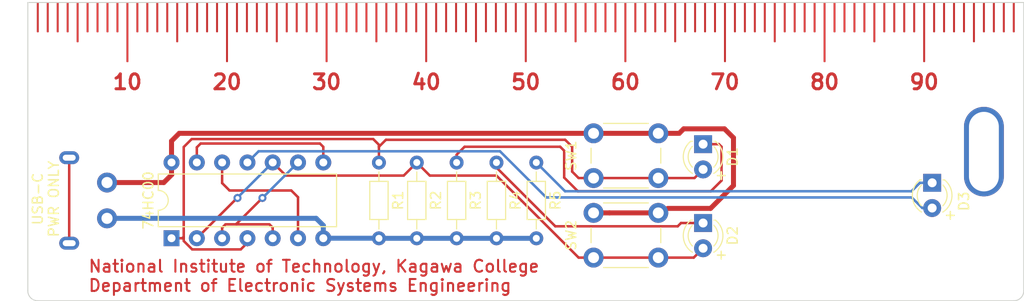
<source format=kicad_pcb>
(kicad_pcb (version 20211014) (generator pcbnew)
  (layers (0 "F.Cu" signal) (31 "B.Cu" signal) (34 "B.Paste" user) (35 "F.Paste" user) (36 "B.SilkS" user "B.Silkscreen") (37 "F.SilkS" user "F.Silkscreen") (38 "B.Mask" user) (39 "F.Mask" user) (44 "Edge.Cuts" user))
  (net 0 "")
  (net 1 "Net-(D1-Pad2)")
  (net 2 "GND")
  (net 3 "Net-(D2-Pad2)")
  (net 4 "Net-(D1-Pad1)")
  (net 5 "Net-(D2-Pad1)")
  (net 6 "Net-(D3-Pad1)")
  (net 7 "Net-(U1-Pad3)")
  (net 8 "Net-(U1-Pad12)")
  (net 9 "Net-(U1-Pad13)")
  (net 10 "Net-(D3-Pad2)")
  (net 11 "+5V")
  (net 12 "unconnected-(J1-PadS1)")
  (footprint "Button_Switch_THT:SW_PUSH_6mm" (layer "F.Cu") (at 88.805 58.16)
    (fp_text reference "SW2" (at -2.25 2.25 90) (layer "F.SilkS"))
    (fp_text value "SW_Push" hide)
    (fp_line (start -0.25 1.5) (end -0.25 3) (layer "F.SilkS") (width 0.12))
    (fp_line (start 5.5 -1) (end 1 -1) (layer "F.SilkS") (width 0.12))
    (fp_line (start 6.75 3) (end 6.75 1.5) (layer "F.SilkS") (width 0.12))
    (fp_line (start 1 5.5) (end 5.5 5.5) (layer "F.SilkS") (width 0.12))
    (pad "1" thru_hole circle (at 6.5 0 90) (size 2 2) (drill 1.1) (layers *.Cu *.Mask) (net 11 "+5V"))
    (pad "1" thru_hole circle (at 0 0 90) (size 2 2) (drill 1.1) (layers *.Cu *.Mask) (net 11 "+5V"))
    (pad "2" thru_hole circle (at 6.5 4.5 90) (size 2 2) (drill 1.1) (layers *.Cu *.Mask) (net 3 "Net-(D2-Pad2)"))
    (pad "2" thru_hole circle (at 0 4.5 90) (size 2 2) (drill 1.1) (layers *.Cu *.Mask) (net 3 "Net-(D2-Pad2)"))
  )
  (footprint "Resistor_THT:R_Axial_DIN0204_L3.6mm_D1.6mm_P7.62mm_Horizontal" (layer "F.Cu") (at 83.055 53.1 -90)
    (fp_text reference "R5" (at 3.81 -1.92 90) (layer "F.SilkS"))
    (fp_text value "R")
    (fp_line (start 5.73 0.92) (end 5.73 -0.92) (layer "F.SilkS") (width 0.12))
    (fp_line (start 1.89 0.92) (end 5.73 0.92) (layer "F.SilkS") (width 0.12))
    (fp_line (start 0.94 0) (end 1.89 0) (layer "F.SilkS") (width 0.12))
    (fp_line (start 5.73 -0.92) (end 1.89 -0.92) (layer "F.SilkS") (width 0.12))
    (fp_line (start 1.89 -0.92) (end 1.89 0.92) (layer "F.SilkS") (width 0.12))
    (fp_line (start 6.68 0) (end 5.73 0) (layer "F.SilkS") (width 0.12))
    (pad "1" thru_hole circle (at 0 0 270) (size 1.4 1.4) (drill 0.7) (layers *.Cu *.Mask) (net 6 "Net-(D3-Pad1)"))
    (pad "2" thru_hole oval (at 7.62 0 270) (size 1.4 1.4) (drill 0.7) (layers *.Cu *.Mask) (net 2 "GND"))
  )
  (footprint "simpleLogicCircuit:ruler_10cm" (layer "F.Cu") (at 32 37)
    (fp_text reference "REF**" hide)
    (fp_text value "ruler_10cm")
    (fp_text user "20" (at 20 8 unlocked) (layer "F.Cu") (effects (font (size 1.5 1.5) (thickness 0.3))))
    (fp_text user "60" (at 60 8 unlocked) (layer "F.Cu") (effects (font (size 1.5 1.5) (thickness 0.3))))
    (fp_text user "50" (at 50 8 unlocked) (layer "F.Cu") (effects (font (size 1.5 1.5) (thickness 0.3))))
    (fp_text user "80" (at 80 8 unlocked) (layer "F.Cu") (effects (font (size 1.5 1.5) (thickness 0.3))))
    (fp_text user "90" (at 90 8 unlocked) (layer "F.Cu") (effects (font (size 1.5 1.5) (thickness 0.3))))
    (fp_text user "30" (at 30 8 unlocked) (layer "F.Cu") (effects (font (size 1.5 1.5) (thickness 0.3))))
    (fp_text user "10" (at 10 8 unlocked) (layer "F.Cu") (effects (font (size 1.5 1.5) (thickness 0.3))))
    (fp_text user "70" (at 70 8 unlocked) (layer "F.Cu") (effects (font (size 1.5 1.5) (thickness 0.3))))
    (fp_text user "40" (at 40 8 unlocked) (layer "F.Cu") (effects (font (size 1.5 1.5) (thickness 0.3))))
    (pad "4" smd roundrect (at 10 3) (size 0.2 6) (layers "F.Cu" "F.Paste" "F.Mask"))
    (pad "5" smd roundrect (at 20 3) (size 0.2 6) (layers "F.Cu" "F.Paste" "F.Mask"))
    (pad "6" smd roundrect (at 30 3) (size 0.2 6) (layers "F.Cu" "F.Paste" "F.Mask"))
    (pad "7" smd roundrect (at 40 3) (size 0.2 6) (layers "F.Cu" "F.Paste" "F.Mask"))
    (pad "8" smd roundrect (at 50 3) (size 0.2 6) (layers "F.Cu" "F.Paste" "F.Mask"))
    (pad "9" smd roundrect (at 60 3) (size 0.2 6) (layers "F.Cu" "F.Paste" "F.Mask"))
    (pad "10" smd roundrect (at 70 3) (size 0.2 6) (layers "F.Cu" "F.Paste" "F.Mask"))
    (pad "11" smd roundrect (at 80 3) (size 0.2 6) (layers "F.Cu" "F.Paste" "F.Mask"))
    (pad "12" smd roundrect (at 90 3) (size 0.2 6) (layers "F.Cu" "F.Paste" "F.Mask"))
    (pad "13" smd roundrect (at 5 2) (size 0.2 4) (layers "F.Cu" "F.Paste" "F.Mask"))
    (pad "14" smd roundrect (at 15 2) (size 0.2 4) (layers "F.Cu" "F.Paste" "F.Mask"))
    (pad "15" smd roundrect (at 25 2) (size 0.2 4) (layers "F.Cu" "F.Paste" "F.Mask"))
    (pad "16" smd roundrect (at 35 2) (size 0.2 4) (layers "F.Cu" "F.Paste" "F.Mask"))
    (pad "17" smd roundrect (at 45 2) (size 0.2 4) (layers "F.Cu" "F.Paste" "F.Mask"))
    (pad "18" smd roundrect (at 55 2) (size 0.2 4) (layers "F.Cu" "F.Paste" "F.Mask"))
    (pad "19" smd roundrect (at 65 2) (size 0.2 4) (layers "F.Cu" "F.Paste" "F.Mask"))
    (pad "20" smd roundrect (at 75 2) (size 0.2 4) (layers "F.Cu" "F.Paste" "F.Mask"))
    (pad "21" smd roundrect (at 85 2) (size 0.2 4) (layers "F.Cu" "F.Paste" "F.Mask"))
    (pad "22" smd roundrect (at 95 2) (size 0.2 4) (layers "F.Cu" "F.Paste" "F.Mask"))
    (pad "23" smd roundrect (at 4 1.5) (size 0.2 3) (layers "F.Cu" "F.Paste" "F.Mask"))
    (pad "24" smd roundrect (at 3 1.5) (size 0.2 3) (layers "F.Cu" "F.Paste" "F.Mask"))
    (pad "25" smd roundrect (at 2 1.5) (size 0.2 3) (layers "F.Cu" "F.Paste" "F.Mask"))
    (pad "26" smd roundrect (at 1 1.5) (size 0.2 3) (layers "F.Cu" "F.Paste" "F.Mask"))
    (pad "27" smd roundrect (at 6 1.5) (size 0.2 3) (layers "F.Cu" "F.Paste" "F.Mask"))
    (pad "28" smd roundrect (at 7 1.5) (size 0.2 3) (layers "F.Cu" "F.Paste" "F.Mask"))
    (pad "29" smd roundrect (at 8 1.5) (size 0.2 3) (layers "F.Cu" "F.Paste" "F.Mask"))
    (pad "30" smd roundrect (at 9 1.5) (size 0.2 3) (layers "F.Cu" "F.Paste" "F.Mask"))
    (pad "31" smd roundrect (at 11 1.5) (size 0.2 3) (layers "F.Cu" "F.Paste" "F.Mask"))
    (pad "32" smd roundrect (at 12 1.5) (size 0.2 3) (layers "F.Cu" "F.Paste" "F.Mask"))
    (pad "33" smd roundrect (at 13 1.5) (size 0.2 3) (layers "F.Cu" "F.Paste" "F.Mask"))
    (pad "34" smd roundrect (at 14 1.5) (size 0.2 3) (layers "F.Cu" "F.Paste" "F.Mask"))
    (pad "35" smd roundrect (at 16 1.5) (size 0.2 3) (layers "F.Cu" "F.Paste" "F.Mask"))
    (pad "36" smd roundrect (at 17 1.5) (size 0.2 3) (layers "F.Cu" "F.Paste" "F.Mask"))
    (pad "37" smd roundrect (at 18 1.5) (size 0.2 3) (layers "F.Cu" "F.Paste" "F.Mask"))
    (pad "38" smd roundrect (at 19 1.5) (size 0.2 3) (layers "F.Cu" "F.Paste" "F.Mask"))
    (pad "39" smd roundrect (at 21 1.5) (size 0.2 3) (layers "F.Cu" "F.Paste" "F.Mask"))
    (pad "40" smd roundrect (at 22 1.5) (size 0.2 3) (layers "F.Cu" "F.Paste" "F.Mask"))
    (pad "41" smd roundrect (at 23 1.5) (size 0.2 3) (layers "F.Cu" "F.Paste" "F.Mask"))
    (pad "42" smd roundrect (at 24 1.5) (size 0.2 3) (layers "F.Cu" "F.Paste" "F.Mask"))
    (pad "43" smd roundrect (at 26 1.5) (size 0.2 3) (layers "F.Cu" "F.Paste" "F.Mask"))
    (pad "44" smd roundrect (at 27 1.5) (size 0.2 3) (layers "F.Cu" "F.Paste" "F.Mask"))
    (pad "45" smd roundrect (at 28 1.5) (size 0.2 3) (layers "F.Cu" "F.Paste" "F.Mask"))
    (pad "46" smd roundrect (at 29 1.5) (size 0.2 3) (layers "F.Cu" "F.Paste" "F.Mask"))
    (pad "47" smd roundrect (at 31 1.5) (size 0.2 3) (layers "F.Cu" "F.Paste" "F.Mask"))
    (pad "48" smd roundrect (at 32 1.5) (size 0.2 3) (layers "F.Cu" "F.Paste" "F.Mask"))
    (pad "49" smd roundrect (at 33 1.5) (size 0.2 3) (layers "F.Cu" "F.Paste" "F.Mask"))
    (pad "50" smd roundrect (at 34 1.5) (size 0.2 3) (layers "F.Cu" "F.Paste" "F.Mask"))
    (pad "51" smd roundrect (at 36 1.5) (size 0.2 3) (layers "F.Cu" "F.Paste" "F.Mask"))
    (pad "52" smd roundrect (at 37 1.5) (size 0.2 3) (layers "F.Cu" "F.Paste" "F.Mask"))
    (pad "53" smd roundrect (at 38 1.5) (size 0.2 3) (layers "F.Cu" "F.Paste" "F.Mask"))
    (pad "54" smd roundrect (at 39 1.5) (size 0.2 3) (layers "F.Cu" "F.Paste" "F.Mask"))
    (pad "55" smd roundrect (at 41 1.5) (size 0.2 3) (layers "F.Cu" "F.Paste" "F.Mask"))
    (pad "56" smd roundrect (at 42 1.5) (size 0.2 3) (layers "F.Cu" "F.Paste" "F.Mask"))
    (pad "57" smd roundrect (at 43 1.5) (size 0.2 3) (layers "F.Cu" "F.Paste" "F.Mask"))
    (pad "58" smd roundrect (at 44 1.5) (size 0.2 3) (layers "F.Cu" "F.Paste" "F.Mask"))
    (pad "59" smd roundrect (at 46 1.5) (size 0.2 3) (layers "F.Cu" "F.Paste" "F.Mask"))
    (pad "60" smd roundrect (at 47 1.5) (size 0.2 3) (layers "F.Cu" "F.Paste" "F.Mask"))
    (pad "61" smd roundrect (at 48 1.5) (size 0.2 3) (layers "F.Cu" "F.Paste" "F.Mask"))
    (pad "62" smd roundrect (at 49 1.5) (size 0.2 3) (layers "F.Cu" "F.Paste" "F.Mask"))
    (pad "63" smd roundrect (at 51 1.5) (size 0.2 3) (layers "F.Cu" "F.Paste" "F.Mask"))
    (pad "64" smd roundrect (at 52 1.5) (size 0.2 3) (layers "F.Cu" "F.Paste" "F.Mask"))
    (pad "65" smd roundrect (at 53 1.5) (size 0.2 3) (layers "F.Cu" "F.Paste" "F.Mask"))
    (pad "66" smd roundrect (at 54 1.5) (size 0.2 3) (layers "F.Cu" "F.Paste" "F.Mask"))
    (pad "67" smd roundrect (at 56 1.5) (size 0.2 3) (layers "F.Cu" "F.Paste" "F.Mask"))
    (pad "68" smd roundrect (at 57 1.5) (size 0.2 3) (layers "F.Cu" "F.Paste" "F.Mask"))
    (pad "69" smd roundrect (at 58 1.5) (size 0.2 3) (layers "F.Cu" "F.Paste" "F.Mask"))
    (pad "70" smd roundrect (at 59 1.5) (size 0.2 3) (layers "F.Cu" "F.Paste" "F.Mask"))
    (pad "71" smd roundrect (at 61 1.5) (size 0.2 3) (layers "F.Cu" "F.Paste" "F.Mask"))
    (pad "73" smd roundrect (at 62 1.5) (size 0.2 3) (layers "F.Cu" "F.Paste" "F.Mask"))
    (pad "74" smd roundrect (at 63 1.5) (size 0.2 3) (layers "F.Cu" "F.Paste" "F.Mask"))
    (pad "75" smd roundrect (at 64 1.5) (size 0.2 3) (layers "F.Cu" "F.Paste" "F.Mask"))
    (pad "76" smd roundrect (at 66 1.5) (size 0.2 3) (layers "F.Cu" "F.Paste" "F.Mask"))
    (pad "77" smd roundrect (at 67 1.5) (size 0.2 3) (layers "F.Cu" "F.Paste" "F.Mask"))
    (pad "78" smd roundrect (at 68 1.5) (size 0.2 3) (layers "F.Cu" "F.Paste" "F.Mask"))
    (pad "79" smd roundrect (at 69 1.5) (size 0.2 3) (layers "F.Cu" "F.Paste" "F.Mask"))
    (pad "80" smd roundrect (at 71 1.5) (size 0.2 3) (layers "F.Cu" "F.Paste" "F.Mask"))
    (pad "81" smd roundrect (at 72 1.5) (size 0.2 3) (layers "F.Cu" "F.Paste" "F.Mask"))
    (pad "82" smd roundrect (at 73 1.5) (size 0.2 3) (layers "F.Cu" "F.Paste" "F.Mask"))
    (pad "83" smd roundrect (at 74 1.5) (size 0.2 3) (layers "F.Cu" "F.Paste" "F.Mask"))
    (pad "84" smd roundrect (at 76 1.5) (size 0.2 3) (layers "F.Cu" "F.Paste" "F.Mask"))
    (pad "85" smd roundrect (at 77 1.5) (size 0.2 3) (layers "F.Cu" "F.Paste" "F.Mask"))
    (pad "86" smd roundrect (at 78 1.5) (size 0.2 3) (layers "F.Cu" "F.Paste" "F.Mask"))
    (pad "87" smd roundrect (at 79 1.5) (size 0.2 3) (layers "F.Cu" "F.Paste" "F.Mask"))
    (pad "88" smd roundrect (at 81 1.5) (size 0.2 3) (layers "F.Cu" "F.Paste" "F.Mask"))
    (pad "89" smd roundrect (at 82 1.5) (size 0.2 3) (layers "F.Cu" "F.Paste" "F.Mask"))
    (pad "90" smd roundrect (at 83 1.5) (size 0.2 3) (layers "F.Cu" "F.Paste" "F.Mask"))
    (pad "91" smd roundrect (at 84 1.5) (size 0.2 3) (layers "F.Cu" "F.Paste" "F.Mask"))
    (pad "92" smd roundrect (at 86 1.5) (size 0.2 3) (layers "F.Cu" "F.Paste" "F.Mask"))
    (pad "93" smd roundrect (at 87 1.5) (size 0.2 3) (layers "F.Cu" "F.Paste" "F.Mask"))
    (pad "94" smd roundrect (at 88 1.5) (size 0.2 3) (layers "F.Cu" "F.Paste" "F.Mask"))
    (pad "95" smd roundrect (at 89 1.5) (size 0.2 3) (layers "F.Cu" "F.Paste" "F.Mask"))
    (pad "96" smd roundrect (at 91 1.5) (size 0.2 3) (layers "F.Cu" "F.Paste" "F.Mask"))
    (pad "97" smd roundrect (at 92 1.5) (size 0.2 3) (layers "F.Cu" "F.Paste" "F.Mask"))
    (pad "98" smd roundrect (at 93 1.5) (size 0.2 3) (layers "F.Cu" "F.Paste" "F.Mask"))
    (pad "99" smd roundrect (at 94 1.5) (size 0.2 3) (layers "F.Cu" "F.Paste" "F.Mask"))
    (pad "100" smd roundrect (at 96 1.5) (size 0.2 3) (layers "F.Cu" "F.Paste" "F.Mask"))
    (pad "101" smd roundrect (at 97 1.5) (size 0.2 3) (layers "F.Cu" "F.Paste" "F.Mask"))
    (pad "102" smd roundrect (at 98 1.5) (size 0.2 3) (layers "F.Cu" "F.Paste" "F.Mask"))
    (pad "103" smd roundrect (at 99 1.5) (size 0.2 3) (layers "F.Cu" "F.Paste" "F.Mask"))
  )
  (footprint "Resistor_THT:R_Axial_DIN0204_L3.6mm_D1.6mm_P7.62mm_Horizontal" (layer "F.Cu") (at 75.055 53.1 -90)
    (fp_text reference "R3" (at 3.81 -1.92 90) (layer "F.SilkS"))
    (fp_text value "R")
    (fp_line (start 5.73 0.92) (end 5.73 -0.92) (layer "F.SilkS") (width 0.12))
    (fp_line (start 5.73 -0.92) (end 1.89 -0.92) (layer "F.SilkS") (width 0.12))
    (fp_line (start 6.68 0) (end 5.73 0) (layer "F.SilkS") (width 0.12))
    (fp_line (start 1.89 0.92) (end 5.73 0.92) (layer "F.SilkS") (width 0.12))
    (fp_line (start 0.94 0) (end 1.89 0) (layer "F.SilkS") (width 0.12))
    (fp_line (start 1.89 -0.92) (end 1.89 0.92) (layer "F.SilkS") (width 0.12))
    (pad "1" thru_hole circle (at 0 0 270) (size 1.4 1.4) (drill 0.7) (layers *.Cu *.Mask) (net 4 "Net-(D1-Pad1)"))
    (pad "2" thru_hole oval (at 7.62 0 270) (size 1.4 1.4) (drill 0.7) (layers *.Cu *.Mask) (net 2 "GND"))
  )
  (footprint "Resistor_THT:R_Axial_DIN0204_L3.6mm_D1.6mm_P7.62mm_Horizontal" (layer "F.Cu") (at 79.055 53.1 -90)
    (fp_text reference "R4" (at 3.81 -1.92 90) (layer "F.SilkS"))
    (fp_text value "R")
    (fp_line (start 1.89 0.92) (end 5.73 0.92) (layer "F.SilkS") (width 0.12))
    (fp_line (start 5.73 -0.92) (end 1.89 -0.92) (layer "F.SilkS") (width 0.12))
    (fp_line (start 1.89 -0.92) (end 1.89 0.92) (layer "F.SilkS") (width 0.12))
    (fp_line (start 6.68 0) (end 5.73 0) (layer "F.SilkS") (width 0.12))
    (fp_line (start 0.94 0) (end 1.89 0) (layer "F.SilkS") (width 0.12))
    (fp_line (start 5.73 0.92) (end 5.73 -0.92) (layer "F.SilkS") (width 0.12))
    (pad "1" thru_hole circle (at 0 0 270) (size 1.4 1.4) (drill 0.7) (layers *.Cu *.Mask) (net 5 "Net-(D2-Pad1)"))
    (pad "2" thru_hole oval (at 7.62 0 270) (size 1.4 1.4) (drill 0.7) (layers *.Cu *.Mask) (net 2 "GND"))
  )
  (footprint "Resistor_THT:R_Axial_DIN0204_L3.6mm_D1.6mm_P7.62mm_Horizontal" (layer "F.Cu") (at 71.055 53.1 -90)
    (fp_text reference "R2" (at 3.81 -1.92 90) (layer "F.SilkS"))
    (fp_text value "10k")
    (fp_line (start 5.73 0.92) (end 5.73 -0.92) (layer "F.SilkS") (width 0.12))
    (fp_line (start 6.68 0) (end 5.73 0) (layer "F.SilkS") (width 0.12))
    (fp_line (start 1.89 0.92) (end 5.73 0.92) (layer "F.SilkS") (width 0.12))
    (fp_line (start 5.73 -0.92) (end 1.89 -0.92) (layer "F.SilkS") (width 0.12))
    (fp_line (start 0.94 0) (end 1.89 0) (layer "F.SilkS") (width 0.12))
    (fp_line (start 1.89 -0.92) (end 1.89 0.92) (layer "F.SilkS") (width 0.12))
    (pad "1" thru_hole circle (at 0 0 270) (size 1.4 1.4) (drill 0.7) (layers *.Cu *.Mask) (net 3 "Net-(D2-Pad2)"))
    (pad "2" thru_hole oval (at 7.62 0 270) (size 1.4 1.4) (drill 0.7) (layers *.Cu *.Mask) (net 2 "GND"))
  )
  (footprint "Resistor_THT:R_Axial_DIN0204_L3.6mm_D1.6mm_P7.62mm_Horizontal" (layer "F.Cu") (at 67.255 53.1 -90)
    (fp_text reference "R1" (at 3.81 -1.92 90) (layer "F.SilkS"))
    (fp_text value "10k")
    (fp_line (start 0.94 0) (end 1.89 0) (layer "F.SilkS") (width 0.12))
    (fp_line (start 5.73 -0.92) (end 1.89 -0.92) (layer "F.SilkS") (width 0.12))
    (fp_line (start 6.68 0) (end 5.73 0) (layer "F.SilkS") (width 0.12))
    (fp_line (start 1.89 0.92) (end 5.73 0.92) (layer "F.SilkS") (width 0.12))
    (fp_line (start 1.89 -0.92) (end 1.89 0.92) (layer "F.SilkS") (width 0.12))
    (fp_line (start 5.73 0.92) (end 5.73 -0.92) (layer "F.SilkS") (width 0.12))
    (pad "1" thru_hole circle (at 0 0 270) (size 1.4 1.4) (drill 0.7) (layers *.Cu *.Mask) (net 1 "Net-(D1-Pad2)"))
    (pad "2" thru_hole oval (at 7.62 0 270) (size 1.4 1.4) (drill 0.7) (layers *.Cu *.Mask) (net 2 "GND"))
  )
  (footprint "LED_THT:LED_D3.0mm" (layer "F.Cu") (at 99.805 59.18 -90)
    (fp_text reference "D2" (at 1.27 -2.96 90) (layer "F.SilkS"))
    (fp_text value "LED" hide)
    (fp_line (start -0.29 -1.236) (end -0.29 -1.08) (layer "F.SilkS") (width 0.12))
    (fp_line (start -0.29 1.08) (end -0.29 1.236) (layer "F.SilkS") (width 0.12))
    (fp_arc (start 2.31113 1.079837) (mid 1.270117 1.5) (end 0.229039 1.08) (layer "F.SilkS") (width 0.12))
    (fp_arc (start 0.229039 -1.08) (mid 1.270117 -1.5) (end 2.31113 -1.079837) (layer "F.SilkS") (width 0.12))
    (fp_arc (start -0.29 -1.235516) (mid 1.366487 -1.987659) (end 2.942335 -1.078608) (layer "F.SilkS") (width 0.12))
    (fp_arc (start 2.942335 1.078608) (mid 1.366487 1.987659) (end -0.29 1.235516) (layer "F.SilkS") (width 0.12))
    (pad "1" thru_hole rect (at 0 0 270) (size 1.8 1.8) (drill 0.9) (layers *.Cu *.Mask) (net 5 "Net-(D2-Pad1)"))
    (pad "2" thru_hole circle (at 2.54 0 270) (size 1.8 1.8) (drill 0.9) (layers *.Cu *.Mask) (net 3 "Net-(D2-Pad2)"))
  )
  (footprint "Package_DIP:DIP-14_W7.62mm" (layer "F.Cu") (at 46.43 60.71 90)
    (fp_text reference "74HC00" (at 3.81 -2.33 90) (layer "F.SilkS"))
    (fp_text value "74HC00")
    (fp_line (start 6.46 16.57) (end 6.46 -1.33) (layer "F.SilkS") (width 0.12))
    (fp_line (start 1.16 -1.33) (end 1.16 16.57) (layer "F.SilkS") (width 0.12))
    (fp_line (start 2.81 -1.33) (end 1.16 -1.33) (layer "F.SilkS") (width 0.12))
    (fp_line (start 1.16 16.57) (end 6.46 16.57) (layer "F.SilkS") (width 0.12))
    (fp_line (start 6.46 -1.33) (end 4.81 -1.33) (layer "F.SilkS") (width 0.12))
    (fp_arc (start 4.81 -1.33) (mid 3.81 -0.33) (end 2.81 -1.33) (layer "F.SilkS") (width 0.12))
    (pad "1" thru_hole rect (at 0 0 90) (size 1.6 1.6) (drill 0.8) (layers *.Cu *.Mask) (net 1 "Net-(D1-Pad2)"))
    (pad "2" thru_hole oval (at 0 2.54 90) (size 1.6 1.6) (drill 0.8) (layers *.Cu *.Mask) (net 3 "Net-(D2-Pad2)"))
    (pad "3" thru_hole oval (at 0 5.08 90) (size 1.6 1.6) (drill 0.8) (layers *.Cu *.Mask) (net 7 "Net-(U1-Pad3)"))
    (pad "4" thru_hole oval (at 0 7.62 90) (size 1.6 1.6) (drill 0.8) (layers *.Cu *.Mask) (net 1 "Net-(D1-Pad2)"))
    (pad "5" thru_hole oval (at 0 10.16 90) (size 1.6 1.6) (drill 0.8) (layers *.Cu *.Mask) (net 7 "Net-(U1-Pad3)"))
    (pad "6" thru_hole oval (at 0 12.7 90) (size 1.6 1.6) (drill 0.8) (layers *.Cu *.Mask) (net 8 "Net-(U1-Pad12)"))
    (pad "7" thru_hole oval (at 0 15.24 90) (size 1.6 1.6) (drill 0.8) (layers *.Cu *.Mask) (net 2 "GND"))
    (pad "8" thru_hole oval (at 7.62 15.24 90) (size 1.6 1.6) (drill 0.8) (layers *.Cu *.Mask) (net 9 "Net-(U1-Pad13)"))
    (pad "9" thru_hole oval (at 7.62 12.7 90) (size 1.6 1.6) (drill 0.8) (layers *.Cu *.Mask) (net 7 "Net-(U1-Pad3)"))
    (pad "10" thru_hole oval (at 7.62 10.16 90) (size 1.6 1.6) (drill 0.8) (layers *.Cu *.Mask) (net 3 "Net-(D2-Pad2)"))
    (pad "11" thru_hole oval (at 7.62 7.62 90) (size 1.6 1.6) (drill 0.8) (layers *.Cu *.Mask) (net 10 "Net-(D3-Pad2)"))
    (pad "12" thru_hole oval (at 7.62 5.08 90) (size 1.6 1.6) (drill 0.8) (layers *.Cu *.Mask) (net 8 "Net-(U1-Pad12)"))
    (pad "13" thru_hole oval (at 7.62 2.54 90) (size 1.6 1.6) (drill 0.8) (layers *.Cu *.Mask) (net 9 "Net-(U1-Pad13)"))
    (pad "14" thru_hole oval (at 7.62 0 90) (size 1.6 1.6) (drill 0.8) (layers *.Cu *.Mask) (net 11 "+5V"))
  )
  (footprint "LED_THT:LED_D3.0mm" (layer "F.Cu") (at 122.805 55.135 -90)
    (fp_text reference "D3" (at 1.865 -3.195 90) (layer "F.SilkS"))
    (fp_text value "LED")
    (fp_line (start -0.29 -1.236) (end -0.29 -1.08) (layer "F.SilkS") (width 0.12))
    (fp_line (start -0.29 1.08) (end -0.29 1.236) (layer "F.SilkS") (width 0.12))
    (fp_arc (start -0.29 -1.235516) (mid 1.366487 -1.987659) (end 2.942335 -1.078608) (layer "F.SilkS") (width 0.12))
    (fp_arc (start 2.942335 1.078608) (mid 1.366487 1.987659) (end -0.29 1.235516) (layer "F.SilkS") (width 0.12))
    (fp_arc (start 0.229039 -1.08) (mid 1.270117 -1.5) (end 2.31113 -1.079837) (layer "F.SilkS") (width 0.12))
    (fp_arc (start 2.31113 1.079837) (mid 1.270117 1.5) (end 0.229039 1.08) (layer "F.SilkS") (width 0.12))
    (pad "1" thru_hole rect (at 0 0 270) (size 1.8 1.8) (drill 0.9) (layers *.Cu *.Mask) (net 6 "Net-(D3-Pad1)"))
    (pad "2" thru_hole circle (at 2.54 0 270) (size 1.8 1.8) (drill 0.9) (layers *.Cu *.Mask) (net 10 "Net-(D3-Pad2)"))
  )
  (footprint "simpleLogicCircuit:USB-C-A295-CTRPB-1" (layer "F.Cu") (at 32.555 56.91 -90)
    (fp_text reference "USB-C PWR" hide)
    (fp_text value "USB_C_Receptacle_PowerOnly_6P" hide)
    (pad "A9" thru_hole circle (at -1.8 -7.4 270) (size 2 2) (drill 1.12) (layers *.Cu *.Mask) (net 11 "+5V"))
    (pad "A12" thru_hole circle (at 1.8 -7.4 270) (size 2 2) (drill 1.12) (layers *.Cu *.Mask) (net 2 "GND"))
    (pad "S1" thru_hole oval (at 4.3 -3.6 270) (size 1.3 2) (drill oval 0.6 1.3) (layers *.Cu *.Mask) (net 12 "unconnected-(J1-PadS1)"))
    (pad "S1" thru_hole oval (at -4.3 -3.6 270) (size 1.3 2) (drill oval 0.6 1.3) (layers *.Cu *.Mask) (net 12 "unconnected-(J1-PadS1)"))
  )
  (footprint "simpleLogicCircuit:xor_nand" (layer "F.Cu") (at 112.055 56.41)
    (fp_text reference "G***" hide)
    (fp_text value "LOGO" hide)
  )
  (footprint "LED_THT:LED_D3.0mm" (layer "F.Cu") (at 99.805 51.25 -90)
    (fp_text reference "D1" (at 1.27 -2.96 90) (layer "F.SilkS"))
    (fp_text value "LED" hide)
    (fp_line (start -0.29 -1.236) (end -0.29 -1.08) (layer "F.SilkS") (width 0.12))
    (fp_line (start -0.29 1.08) (end -0.29 1.236) (layer "F.SilkS") (width 0.12))
    (fp_arc (start 2.31113 1.079837) (mid 1.270117 1.5) (end 0.229039 1.08) (layer "F.SilkS") (width 0.12))
    (fp_arc (start 0.229039 -1.08) (mid 1.270117 -1.5) (end 2.31113 -1.079837) (layer "F.SilkS") (width 0.12))
    (fp_arc (start 2.942335 1.078608) (mid 1.366487 1.987659) (end -0.29 1.235516) (layer "F.SilkS") (width 0.12))
    (fp_arc (start -0.29 -1.235516) (mid 1.366487 -1.987659) (end 2.942335 -1.078608) (layer "F.SilkS") (width 0.12))
    (pad "1" thru_hole rect (at 0 0 270) (size 1.8 1.8) (drill 0.9) (layers *.Cu *.Mask) (net 4 "Net-(D1-Pad1)"))
    (pad "2" thru_hole circle (at 2.54 0 270) (size 1.8 1.8) (drill 0.9) (layers *.Cu *.Mask) (net 1 "Net-(D1-Pad2)"))
  )
  (footprint "simpleLogicCircuit:keyringhole" (layer "F.Cu") (at 128 52)
    (fp_text reference "REF**" hide)
    (fp_text value "keyringhole" hide)
    (pad "2" thru_hole oval (at 0 0) (size 4 9) (drill oval 3 8) (layers *.Cu *.Mask))
  )
  (footprint "Button_Switch_THT:SW_PUSH_6mm" (layer "F.Cu") (at 88.805 50.16)
    (fp_text reference "SW1" (at -2.25 2.25 90) (layer "F.SilkS"))
    (fp_text value "SW_Push" hide)
    (fp_line (start 6.75 3) (end 6.75 1.5) (layer "F.SilkS") (width 0.12))
    (fp_line (start 5.5 -1) (end 1 -1) (layer "F.SilkS") (width 0.12))
    (fp_line (start 1 5.5) (end 5.5 5.5) (layer "F.SilkS") (width 0.12))
    (fp_line (start -0.25 1.5) (end -0.25 3) (layer "F.SilkS") (width 0.12))
    (pad "1" thru_hole circle (at 0 0 90) (size 2 2) (drill 1.1) (layers *.Cu *.Mask) (net 11 "+5V"))
    (pad "1" thru_hole circle (at 6.5 0 90) (size 2 2) (drill 1.1) (layers *.Cu *.Mask) (net 11 "+5V"))
    (pad "2" thru_hole circle (at 6.5 4.5 90) (size 2 2) (drill 1.1) (layers *.Cu *.Mask) (net 1 "Net-(D1-Pad2)"))
    (pad "2" thru_hole circle (at 0 4.5 90) (size 2 2) (drill 1.1) (layers *.Cu *.Mask) (net 1 "Net-(D1-Pad2)"))
  )
  (gr_arc (start 132 66) (mid 131.707107 66.707107) (end 131 67) (layer "Edge.Cuts") (width 0.1))
  (gr_line (start 32 66) (end 32 37) (layer "Edge.Cuts") (width 0.1))
  (gr_line (start 32 37) (end 132 37) (layer "Edge.Cuts") (width 0.1))
  (gr_arc (start 33 67) (mid 32.292893 66.707107) (end 32 66) (layer "Edge.Cuts") (width 0.1))
  (gr_line (start 132 37) (end 132 66) (layer "Edge.Cuts") (width 0.1))
  (gr_line (start 131 67) (end 33 67) (layer "Edge.Cuts") (width 0.1))
  (gr_text "National Institute of Technology, Kagawa College\nDepartment of Electronic Systems Engineering" (at 38 64.5) (layer "F.Cu") (effects (font (size 1.2 1.2) (thickness 0.2)) (justify left)))
  (gr_text "USB-C\nPWR ONLY" (at 33.805 56.76 90) (layer "F.SilkS") (effects (font (size 1 1))))
  (gr_text "+" (at 124.555 58.41 90) (layer "F.SilkS") (effects (font (size 1 1))))
  (gr_text "+" (at 101.555 62.41 90) (layer "F.SilkS") (effects (font (size 1 1))))
  (gr_text "+" (at 101.555 54.41 90) (layer "F.SilkS") (effects (font (size 1 1))))
  (segment (start 67.255 51.51) (end 67.255 53.6) (width 0.25) (layer "F.Cu") (net 1))
  (segment (start 47.655 60.56) (end 47.655 60.985991) (width 0.25) (layer "F.Cu") (net 1))
  (segment (start 66.68 50.735) (end 48.455 50.735) (width 0.25) (layer "F.Cu") (net 1))
  (segment (start 85.955 50.81) (end 67.955 50.81) (width 0.25) (layer "F.Cu") (net 1))
  (segment (start 47.655 60.985991) (end 48.504009 61.835) (width 0.25) (layer "F.Cu") (net 1))
  (segment (start 86.655 51.51) (end 85.955 50.81) (width 0.25) (layer "F.Cu") (net 1))
  (segment (start 53.38 61.835) (end 54.05 61.165) (width 0.25) (layer "F.Cu") (net 1))
  (segment (start 67.255 51.31) (end 66.68 50.735) (width 0.25) (layer "F.Cu") (net 1))
  (segment (start 54.05 61.415) (end 54.05 60.71) (width 0.25) (layer "F.Cu") (net 1))
  (segment (start 95.305 54.66) (end 98.935 54.66) (width 0.25) (layer "F.Cu") (net 1))
  (segment (start 54.05 61.165) (end 54.05 60.71) (width 0.25) (layer "F.Cu") (net 1))
  (segment (start 87.305 54.66) (end 86.655 54.01) (width 0.25) (layer "F.Cu") (net 1))
  (segment (start 98.935 54.66) (end 99.805 53.79) (width 0.25) (layer "F.Cu") (net 1))
  (segment (start 46.43 60.71) (end 47.505 60.71) (width 0.25) (layer "F.Cu") (net 1))
  (segment (start 47.505 60.71) (end 47.655 60.56) (width 0.25) (layer "F.Cu") (net 1))
  (segment (start 88.805 54.66) (end 87.305 54.66) (width 0.25) (layer "F.Cu") (net 1))
  (segment (start 95.305 54.66) (end 88.805 54.66) (width 0.25) (layer "F.Cu") (net 1))
  (segment (start 86.655 54.01) (end 86.655 51.51) (width 0.25) (layer "F.Cu") (net 1))
  (segment (start 48.455 50.735) (end 47.655 51.535) (width 0.25) (layer "F.Cu") (net 1))
  (segment (start 48.504009 61.835) (end 53.38 61.835) (width 0.25) (layer "F.Cu") (net 1))
  (segment (start 67.255 51.51) (end 67.255 51.31) (width 0.25) (layer "F.Cu") (net 1))
  (segment (start 47.655 51.535) (end 47.655 60.56) (width 0.25) (layer "F.Cu") (net 1))
  (segment (start 67.955 50.81) (end 67.255 51.51) (width 0.25) (layer "F.Cu") (net 1))
  (segment (start 39.955 58.71) (end 60.955 58.71) (width 0.5) (layer "B.Cu") (net 2))
  (segment (start 75.055 60.72) (end 79.055 60.72) (width 0.5) (layer "B.Cu") (net 2))
  (segment (start 67.255 60.72) (end 71.055 60.72) (width 0.5) (layer "B.Cu") (net 2))
  (segment (start 61.67 59.425) (end 61.67 60.71) (width 0.5) (layer "B.Cu") (net 2))
  (segment (start 60.955 58.71) (end 61.67 59.425) (width 0.5) (layer "B.Cu") (net 2))
  (segment (start 71.055 60.72) (end 75.055 60.72) (width 0.5) (layer "B.Cu") (net 2))
  (segment (start 79.055 60.72) (end 83.055 60.72) (width 0.5) (layer "B.Cu") (net 2))
  (segment (start 67.245 60.71) (end 67.255 60.72) (width 0.5) (layer "B.Cu") (net 2))
  (segment (start 61.67 60.71) (end 67.245 60.71) (width 0.5) (layer "B.Cu") (net 2))
  (segment (start 72.365 54.41) (end 79.055 54.41) (width 0.25) (layer "F.Cu") (net 3))
  (segment (start 48.97 60.71) (end 53.02 56.66) (width 0.25) (layer "F.Cu") (net 3))
  (segment (start 98.865 62.66) (end 99.805 61.72) (width 0.25) (layer "F.Cu") (net 3))
  (segment (start 95.305 62.66) (end 98.865 62.66) (width 0.25) (layer "F.Cu") (net 3))
  (segment (start 57.91 54.41) (end 69.745 54.41) (width 0.25) (layer "F.Cu") (net 3))
  (segment (start 87.305 62.66) (end 88.805 62.66) (width 0.25) (layer "F.Cu") (net 3))
  (segment (start 95.305 62.66) (end 88.805 62.66) (width 0.25) (layer "F.Cu") (net 3))
  (segment (start 71.055 53.1) (end 72.365 54.41) (width 0.25) (layer "F.Cu") (net 3))
  (segment (start 53.02 56.66) (end 53.055 56.66) (width 0.25) (layer "F.Cu") (net 3))
  (segment (start 56.59 53.09) (end 57.91 54.41) (width 0.25) (layer "F.Cu") (net 3))
  (segment (start 69.745 54.41) (end 71.055 53.1) (width 0.25) (layer "F.Cu") (net 3))
  (segment (start 79.055 54.41) (end 87.305 62.66) (width 0.25) (layer "F.Cu") (net 3))
  (via (at 53.055 56.66) (size 0.8) (drill 0.4) (layers "F.Cu" "B.Cu") (net 3))
  (segment (start 53.055 56.66) (end 53.055 56.625) (width 0.25) (layer "B.Cu") (net 3))
  (segment (start 53.055 56.625) (end 56.59 53.09) (width 0.25) (layer "B.Cu") (net 3))
  (segment (start 101.395 51.25) (end 101.655 51.51) (width 0.25) (layer "F.Cu") (net 4))
  (segment (start 85.855 54.61) (end 85.855 51.91) (width 0.25) (layer "F.Cu") (net 4))
  (segment (start 100.58 55.985) (end 87.23 55.985) (width 0.25) (layer "F.Cu") (net 4))
  (segment (start 99.805 51.25) (end 101.395 51.25) (width 0.25) (layer "F.Cu") (net 4))
  (segment (start 101.655 51.51) (end 101.655 54.91) (width 0.25) (layer "F.Cu") (net 4))
  (segment (start 87.23 55.985) (end 85.855 54.61) (width 0.25) (layer "F.Cu") (net 4))
  (segment (start 75.855 51.51) (end 75.055 52.31) (width 0.25) (layer "F.Cu") (net 4))
  (segment (start 85.455 51.51) (end 75.855 51.51) (width 0.25) (layer "F.Cu") (net 4))
  (segment (start 85.855 51.91) (end 85.455 51.51) (width 0.25) (layer "F.Cu") (net 4))
  (segment (start 75.055 52.31) (end 75.055 53.6) (width 0.25) (layer "F.Cu") (net 4))
  (segment (start 101.655 54.91) (end 100.58 55.985) (width 0.25) (layer "F.Cu") (net 4))
  (segment (start 97.255 59.51) (end 84.965 59.51) (width 0.25) (layer "F.Cu") (net 5))
  (segment (start 97.585 59.18) (end 97.255 59.51) (width 0.25) (layer "F.Cu") (net 5))
  (segment (start 99.805 59.18) (end 97.585 59.18) (width 0.25) (layer "F.Cu") (net 5))
  (segment (start 84.965 59.51) (end 79.055 53.6) (width 0.25) (layer "F.Cu") (net 5))
  (segment (start 120.73 55.985) (end 85.94 55.985) (width 0.25) (layer "B.Cu") (net 6))
  (segment (start 121.58 55.135) (end 120.73 55.985) (width 0.25) (layer "B.Cu") (net 6))
  (segment (start 121.58 55.135) (end 122.805 55.135) (width 0.25) (layer "B.Cu") (net 6))
  (segment (start 85.94 55.985) (end 83.055 53.1) (width 0.25) (layer "B.Cu") (net 6))
  (segment (start 56.59 59.645) (end 56.59 60.71) (width 0.25) (layer "F.Cu") (net 7))
  (segment (start 51.855 59.31) (end 52.955 59.31) (width 0.25) (layer "F.Cu") (net 7))
  (segment (start 52.955 59.31) (end 56.255 59.31) (width 0.25) (layer "F.Cu") (net 7))
  (segment (start 55.555 56.66) (end 52.955 59.26) (width 0.25) (layer "F.Cu") (net 7))
  (segment (start 51.51 60.71) (end 51.51 59.655) (width 0.25) (layer "F.Cu") (net 7))
  (segment (start 52.955 59.26) (end 52.955 59.31) (width 0.25) (layer "F.Cu") (net 7))
  (segment (start 51.51 59.655) (end 51.855 59.31) (width 0.25) (layer "F.Cu") (net 7))
  (segment (start 56.255 59.31) (end 56.59 59.645) (width 0.25) (layer "F.Cu") (net 7))
  (via (at 55.555 56.66) (size 0.8) (drill 0.4) (layers "F.Cu" "B.Cu") (net 7))
  (segment (start 55.56 56.66) (end 55.555 56.66) (width 0.25) (layer "B.Cu") (net 7))
  (segment (start 59.13 53.09) (end 55.56 56.66) (width 0.25) (layer "B.Cu") (net 7))
  (segment (start 51.51 55.165) (end 52.255 55.91) (width 0.25) (layer "F.Cu") (net 8))
  (segment (start 59.13 56.585) (end 59.13 60.71) (width 0.25) (layer "F.Cu") (net 8))
  (segment (start 52.255 55.91) (end 58.455 55.91) (width 0.25) (layer "F.Cu") (net 8))
  (segment (start 51.51 53.09) (end 51.51 55.165) (width 0.25) (layer "F.Cu") (net 8))
  (segment (start 58.455 55.91) (end 59.13 56.585) (width 0.25) (layer "F.Cu") (net 8))
  (segment (start 48.97 53.09) (end 48.97 51.57) (width 0.25) (layer "F.Cu") (net 9))
  (segment (start 61.67 51.525) (end 61.67 53.09) (width 0.25) (layer "F.Cu") (net 9))
  (segment (start 61.33 51.185) (end 61.67 51.525) (width 0.25) (layer "F.Cu") (net 9))
  (segment (start 49.355 51.185) (end 61.33 51.185) (width 0.25) (layer "F.Cu") (net 9))
  (segment (start 48.97 51.57) (end 49.355 51.185) (width 0.25) (layer "F.Cu") (net 9))
  (segment (start 121.82 57.675) (end 122.805 57.675) (width 0.25) (layer "B.Cu") (net 10))
  (segment (start 55.175 51.965) (end 79.41 51.965) (width 0.25) (layer "B.Cu") (net 10))
  (segment (start 120.755 56.61) (end 121.82 57.675) (width 0.25) (layer "B.Cu") (net 10))
  (segment (start 84.055 56.61) (end 79.41 51.965) (width 0.25) (layer "B.Cu") (net 10))
  (segment (start 54.05 53.09) (end 55.175 51.965) (width 0.25) (layer "B.Cu") (net 10))
  (segment (start 84.055 56.61) (end 120.755 56.61) (width 0.25) (layer "B.Cu") (net 10))
  (segment (start 39.955 55.11) (end 45.655 55.11) (width 0.5) (layer "F.Cu") (net 11))
  (segment (start 95.305 58.16) (end 90.405 58.16) (width 0.5) (layer "F.Cu") (net 11))
  (segment (start 88.805 50.16) (end 47.205 50.16) (width 0.5) (layer "F.Cu") (net 11))
  (segment (start 45.655 55.11) (end 46.455 54.31) (width 0.5) (layer "F.Cu") (net 11))
  (segment (start 46.43 50.935) (end 46.43 53.09) (width 0.5) (layer "F.Cu") (net 11))
  (segment (start 95.305 50.16) (end 97.405 50.16) (width 0.5) (layer "F.Cu") (net 11))
  (segment (start 101.955 49.71) (end 102.855 50.61) (width 0.5) (layer "F.Cu") (net 11))
  (segment (start 90.405 58.16) (end 88.805 58.16) (width 0.5) (layer "F.Cu") (net 11))
  (segment (start 102.855 50.61) (end 102.855 55.41) (width 0.5) (layer "F.Cu") (net 11))
  (segment (start 88.805 50.16) (end 90.505 50.16) (width 0.5) (layer "F.Cu") (net 11))
  (segment (start 102.855 55.41) (end 100.555 57.71) (width 0.5) (layer "F.Cu") (net 11))
  (segment (start 46.455 54.31) (end 46.43 54.285) (width 0.5) (layer "F.Cu") (net 11))
  (segment (start 90.505 50.16) (end 95.305 50.16) (width 0.5) (layer "F.Cu") (net 11))
  (segment (start 46.43 54.285) (end 46.43 53.09) (width 0.5) (layer "F.Cu") (net 11))
  (segment (start 97.855 49.71) (end 101.955 49.71) (width 0.5) (layer "F.Cu") (net 11))
  (segment (start 97.405 50.16) (end 97.855 49.71) (width 0.5) (layer "F.Cu") (net 11))
  (segment (start 100.555 57.71) (end 96.255 57.71) (width 0.5) (layer "F.Cu") (net 11))
  (segment (start 47.205 50.16) (end 46.43 50.935) (width 0.5) (layer "F.Cu") (net 11))
  (segment (start 36.155 52.61) (end 36.155 61.21) (width 0.25) (layer "F.Cu") (net 12))
)
</source>
